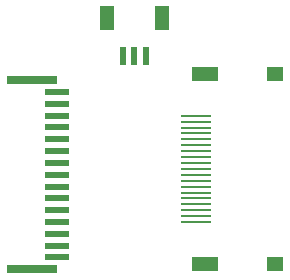
<source format=gtp>
G04*
G04 #@! TF.GenerationSoftware,Altium Limited,Altium Designer,19.1.1 (5)*
G04*
G04 Layer_Color=8421504*
%FSLAX44Y44*%
%MOMM*%
G71*
G01*
G75*
%ADD13R,0.5000X1.5500*%
%ADD14R,1.2000X2.0000*%
%ADD15R,2.5999X0.2799*%
%ADD16R,2.1999X1.3000*%
%ADD17R,1.4001X1.3000*%
%ADD18R,2.0000X0.6000*%
%ADD19R,4.1999X0.7000*%
D13*
X124460Y254000D02*
D03*
X134460D02*
D03*
X144460D02*
D03*
D14*
X157460Y286250D02*
D03*
X111460D02*
D03*
D15*
X186560Y203751D02*
D03*
Y198750D02*
D03*
Y193751D02*
D03*
Y183751D02*
D03*
Y178750D02*
D03*
Y168750D02*
D03*
Y163751D02*
D03*
Y153749D02*
D03*
Y148750D02*
D03*
Y143749D02*
D03*
Y138750D02*
D03*
Y133749D02*
D03*
Y128750D02*
D03*
Y123749D02*
D03*
Y118750D02*
D03*
Y113749D02*
D03*
Y173751D02*
D03*
Y188750D02*
D03*
Y158750D02*
D03*
D16*
X194160Y239250D02*
D03*
Y78250D02*
D03*
D17*
X253761D02*
D03*
Y239250D02*
D03*
D18*
X68580Y143830D02*
D03*
Y153830D02*
D03*
Y183830D02*
D03*
Y173830D02*
D03*
Y213830D02*
D03*
Y203830D02*
D03*
Y223830D02*
D03*
Y193830D02*
D03*
Y163830D02*
D03*
Y133830D02*
D03*
Y123830D02*
D03*
Y113830D02*
D03*
Y103830D02*
D03*
Y93830D02*
D03*
Y83830D02*
D03*
D19*
X47579Y233830D02*
D03*
Y73830D02*
D03*
M02*

</source>
